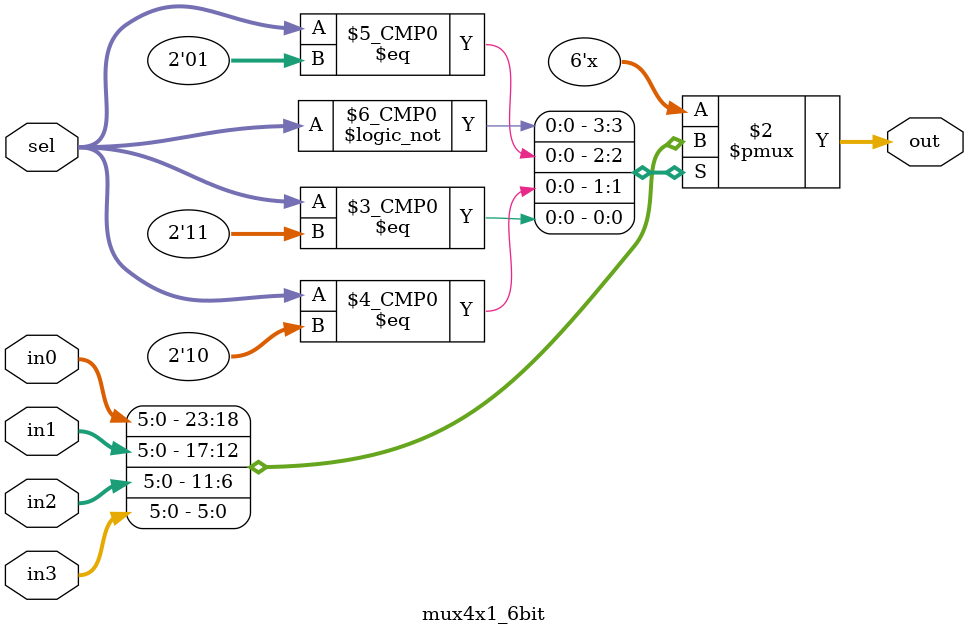
<source format=v>
module mux4x1_6bit (
    input [5:0] in0,
    input [5:0] in1,
    input [5:0] in2,
    input [5:0] in3,
    input [1:0] sel,
    output reg [5:0] out
);

always @(*) begin
    case(sel)
        2'b00: out = in0;
        2'b01: out = in1;
        2'b10: out = in2;
        2'b11: out = in3;
        default: out = 6'b000000; // Default case
    endcase
end

endmodule



</source>
